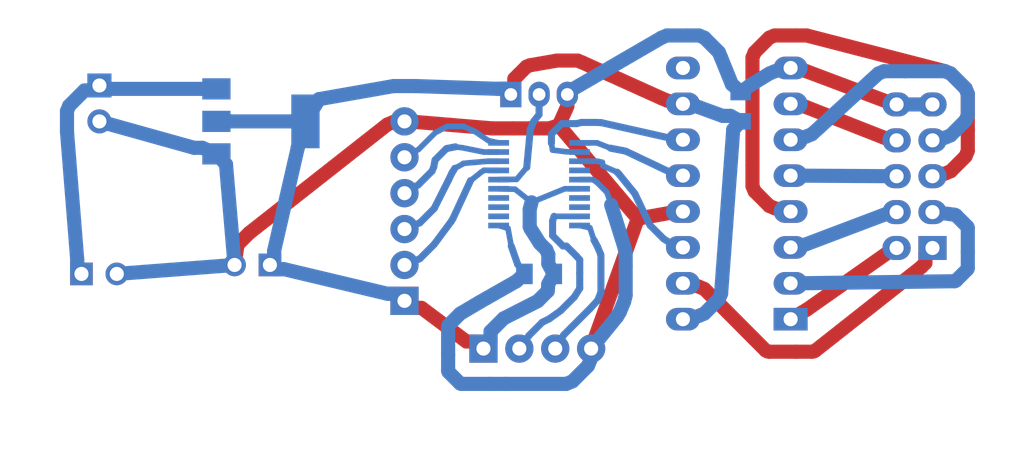
<source format=kicad_pcb>
(kicad_pcb (version 20241229) (generator "pcbnew") (generator_version "9.0")
  (layers (0 "F.Cu" signal) (2 "B.Cu" signal) (13 "F.Paste" user) (15 "B.Paste" user) (5 "F.SilkS" user "F.Silkscreen") (7 "B.SilkS" user "B.Silkscreen") (1 "F.Mask" user) (3 "B.Mask" user) (25 "Edge.Cuts" user))
  (net 0 "")
  (net 1 "Net-(J3-Pin_2)")
  (net 4 "GNDREF")
  (net 5 "+5V")
  (net 6 "+3.3V")
  (net 7 "RX")
  (net 8 "button_2")
  (net 9 "button_4")
  (net 11 "button_1")
  (net 12 "button_3")
  (net 13 "Net-(J3-Pin_3)")
  (net 14 "Net-(J5-Pin_3)")
  (net 15 "Net-(J5-Pin_5)")
  (net 16 "Net-(J5-Pin_2)")
  (net 19 "Net-(J5-Pin_6)")
  (net 21 "Net-(J5-Pin_1)")
  (net 22 "Net-(J5-Pin_4)")
  (net 23 "Net-(J5-Pin_8)")
  (net 24 "Net-(J5-Pin_7)")
  (net 25 "DAT_595")
  (net 26 "CS_595")
  (net 27 "CLK_595")
  (footprint "C4" (layer "F.Cu") (at 134.66575 90.337 180)
    (property "Reference" "C4" (hide yes))
    (property "Value" "" (hide yes))
    (pad "1" thru_hole rect (at 0 0 180) (size 1.6 1.6) (drill 1) (layers "*.Cu" "*.Mask") (net 6 "+3.3V"))
    (pad "2" thru_hole circle (at 2.5 0 180) (size 1.6 1.6) (drill 1) (layers "*.Cu" "*.Mask") (net 4 "GNDREF"))
  )
  (footprint "J4" (layer "F.Cu") (at 144.19075 92.877 180)
    (property "Reference" "J4" (hide yes))
    (property "Value" "" (hide yes))
    (pad "1" thru_hole rect (at 0 0 180) (size 2 2) (drill 1) (layers "*.Cu" "*.Mask") (net 6 "+3.3V"))
    (pad "2" thru_hole circle (at 0 2.54 180) (size 2 2) (drill 1) (layers "*.Cu" "*.Mask") (net 11 "button_1"))
    (pad "3" thru_hole circle (at 0 5.08 180) (size 2 2) (drill 1) (layers "*.Cu" "*.Mask") (net 8 "button_2"))
    (pad "4" thru_hole circle (at 0 7.62 180) (size 2 2) (drill 1) (layers "*.Cu" "*.Mask") (net 12 "button_3"))
    (pad "5" thru_hole circle (at 0 10.16 180) (size 2 2) (drill 1) (layers "*.Cu" "*.Mask") (net 9 "button_4"))
    (pad "6" thru_hole circle (at 0 12.7 180) (size 2 2) (drill 1) (layers "*.Cu" "*.Mask") (net 4 "GNDREF"))
  )
  (footprint "J2" (layer "F.Cu") (at 122.60075 77.637)
    (property "Reference" "J2" (hide yes))
    (property "Value" "" (hide yes))
    (pad "1" thru_hole rect (at 0 0) (size 1.7 1.7) (drill 1) (layers "*.Cu" "*.Mask") (net 5 "+5V"))
    (pad "2" thru_hole circle (at 0 2.54) (size 1.7 1.7) (drill 1) (layers "*.Cu" "*.Mask") (net 4 "GNDREF"))
  )
  (footprint "C1" (layer "F.Cu") (at 121.33075 90.972)
    (property "Reference" "C1" (hide yes))
    (property "Value" "" (hide yes))
    (pad "1" thru_hole rect (at 0 0) (size 1.6 1.6) (drill 1) (layers "*.Cu" "*.Mask") (net 5 "+5V"))
    (pad "2" thru_hole circle (at 2.5 0) (size 1.6 1.6) (drill 1) (layers "*.Cu" "*.Mask") (net 4 "GNDREF"))
  )
  (footprint "U3" (layer "F.Cu") (at 171.51575 94.177 180)
    (property "Reference" "U3" (hide yes))
    (property "Value" "" (hide yes))
    (pad "1" thru_hole rect (at 0 0 180) (size 2.402 1.602) (drill 1) (layers "*.Cu" "*.Mask") (net 16 "Net-(J5-Pin_2)"))
    (pad "2" thru_hole oval (at 0 2.54 180) (size 2.4 1.6) (drill 1) (layers "*.Cu" "*.Mask") (net 14 "Net-(J5-Pin_3)"))
    (pad "3" thru_hole oval (at 0 5.08 180) (size 2.4 1.6) (drill 1) (layers "*.Cu" "*.Mask") (net 22 "Net-(J5-Pin_4)"))
    (pad "4" thru_hole oval (at 0 7.62 180) (size 2.4 1.6) (drill 1) (layers "*.Cu" "*.Mask") (net 15 "Net-(J5-Pin_5)"))
    (pad "5" thru_hole oval (at 0 10.16 180) (size 2.4 1.6) (drill 1) (layers "*.Cu" "*.Mask") (net 19 "Net-(J5-Pin_6)"))
    (pad "6" thru_hole oval (at 0 12.7 180) (size 2.4 1.6) (drill 1) (layers "*.Cu" "*.Mask") (net 24 "Net-(J5-Pin_7)"))
    (pad "7" thru_hole oval (at 0 15.24 180) (size 2.4 1.6) (drill 1) (layers "*.Cu" "*.Mask") (net 23 "Net-(J5-Pin_8)"))
    (pad "8" thru_hole oval (at 0 17.78 180) (size 2.4 1.6) (drill 1) (layers "*.Cu" "*.Mask") (net 4 "GNDREF"))
    (pad "9" thru_hole oval (at 7.62 17.78 180) (size 2.4 1.6) (drill 1) (layers "*.Cu" "*.Mask"))
    (pad "10" thru_hole oval (at 7.62 15.24 180) (size 2.4 1.6) (drill 1) (layers "*.Cu" "*.Mask") (net 6 "+3.3V"))
    (pad "11" thru_hole oval (at 7.62 12.7 180) (size 2.4 1.6) (drill 1) (layers "*.Cu" "*.Mask") (net 27 "CLK_595"))
    (pad "12" thru_hole oval (at 7.62 10.16 180) (size 2.4 1.6) (drill 1) (layers "*.Cu" "*.Mask") (net 26 "CS_595"))
    (pad "13" thru_hole oval (at 7.62 7.62 180) (size 2.4 1.6) (drill 1) (layers "*.Cu" "*.Mask") (net 4 "GNDREF"))
    (pad "14" thru_hole oval (at 7.62 5.08 180) (size 2.4 1.6) (drill 1) (layers "*.Cu" "*.Mask") (net 25 "DAT_595"))
    (pad "15" thru_hole oval (at 7.62 2.54 180) (size 2.4 1.6) (drill 1) (layers "*.Cu" "*.Mask") (net 21 "Net-(J5-Pin_1)"))
    (pad "16" thru_hole oval (at 7.62 0 180) (size 2.4 1.6) (drill 1) (layers "*.Cu" "*.Mask") (net 6 "+3.3V"))
  )
  (footprint "J5" (layer "F.Cu") (at 181.55575 89.137 180)
    (property "Reference" "J5" (hide yes))
    (property "Value" "" (hide yes))
    (pad "1" thru_hole rect (at 0 0 180) (size 2 1.7) (drill 1) (layers "*.Cu" "*.Mask") (net 21 "Net-(J5-Pin_1)"))
    (pad "2" thru_hole oval (at 2.54 0 180) (size 2 1.7) (drill 1) (layers "*.Cu" "*.Mask") (net 16 "Net-(J5-Pin_2)"))
    (pad "3" thru_hole oval (at 0 2.54 180) (size 2 1.7) (drill 1) (layers "*.Cu" "*.Mask") (net 14 "Net-(J5-Pin_3)"))
    (pad "4" thru_hole oval (at 2.54 2.54 180) (size 2 1.7) (drill 1) (layers "*.Cu" "*.Mask") (net 22 "Net-(J5-Pin_4)"))
    (pad "5" thru_hole oval (at 0 5.08 180) (size 2 1.7) (drill 1) (layers "*.Cu" "*.Mask") (net 15 "Net-(J5-Pin_5)"))
    (pad "6" thru_hole oval (at 2.54 5.08 180) (size 2 1.7) (drill 1) (layers "*.Cu" "*.Mask") (net 19 "Net-(J5-Pin_6)"))
    (pad "7" thru_hole oval (at 0 7.62 180) (size 2 1.7) (drill 1) (layers "*.Cu" "*.Mask") (net 24 "Net-(J5-Pin_7)"))
    (pad "8" thru_hole oval (at 2.54 7.62 180) (size 2 1.7) (drill 1) (layers "*.Cu" "*.Mask") (net 23 "Net-(J5-Pin_8)"))
    (pad "9" thru_hole oval (at 0 10.16 180) (size 2 1.7) (drill 1) (layers "*.Cu" "*.Mask") (net 4 "GNDREF"))
    (pad "10" thru_hole oval (at 2.54 10.16 180) (size 2 1.7) (drill 1) (layers "*.Cu" "*.Mask") (net 4 "GNDREF"))
  )
  (footprint "J1" (layer "F.Cu") (at 151.71575 78.272 90)
    (property "Reference" "J1" (hide yes))
    (property "Value" "" (hide yes))
    (pad "1" thru_hole rect (at 0 0 90) (size 1.8 1.5) (drill 0.9) (layers "*.Cu" "*.Mask") (net 6 "+3.3V"))
    (pad "2" thru_hole oval (at 0 2 90) (size 1.8 1.5) (drill 0.9) (layers "*.Cu" "*.Mask") (net 7 "RX"))
    (pad "3" thru_hole oval (at 0 4 90) (size 1.8 1.5) (drill 0.9) (layers "*.Cu" "*.Mask") (net 4 "GNDREF"))
  )
  (footprint "J3" (layer "F.Cu") (at 149.77875 96.2552 90)
    (property "Reference" "J3" (hide yes))
    (property "Value" "" (hide yes))
    (pad "1" thru_hole rect (at 0 0 90) (size 2 2) (drill 1) (layers "*.Cu" "*.Mask") (net 6 "+3.3V"))
    (pad "2" thru_hole circle (at 0 2.54 90) (size 2 2) (drill 1) (layers "*.Cu" "*.Mask") (net 1 "Net-(J3-Pin_2)"))
    (pad "3" thru_hole circle (at 0 5.08 90) (size 2 2) (drill 1) (layers "*.Cu" "*.Mask") (net 13 "Net-(J3-Pin_3)"))
    (pad "4" thru_hole circle (at 0 7.62 90) (size 2 2) (drill 1) (layers "*.Cu" "*.Mask") (net 4 "GNDREF"))
  )
  (footprint "C3" (layer "B.Cu") (at 167.97825 79.137 90)
    (property "Reference" "C3" (hide yes))
    (property "Value" "" (hide yes))
    (pad "1" smd rect (at 1.0375 0 90) (size 1.177 1.452) (layers "B.Cu" "B.Mask" "B.Paste") (net 4 "GNDREF"))
    (pad "2" smd rect (at -1.0375 0 90) (size 1.177 1.452) (layers "B.Cu" "B.Mask" "B.Paste") (net 6 "+3.3V"))
  )
  (footprint "U2" (layer "B.Cu") (at 134.03075 80.177 180)
    (property "Reference" "U2" (hide yes))
    (property "Value" "" (hide yes))
    (pad "1" smd rect (at 3.15 -2.3 180) (size 2.0028 1.5028) (layers "B.Cu" "B.Mask" "B.Paste") (net 4 "GNDREF"))
    (pad "2" smd rect (at 3.15 0 180) (size 2.0028 1.5028) (layers "B.Cu" "B.Mask" "B.Paste") (net 6 "+3.3V"))
    (pad "2@1" smd rect (at -3.15 0 180) (size 2.0038 3.8038) (layers "B.Cu" "B.Mask" "B.Paste") (net 6 "+3.3V"))
    (pad "3" smd rect (at 3.15 2.3 180) (size 2.0028 1.5028) (layers "B.Cu" "B.Mask" "B.Paste") (net 5 "+5V"))
  )
  (footprint "C2" (layer "B.Cu") (at 153.71575 90.972 180)
    (property "Reference" "C2" (hide yes))
    (property "Value" "" (hide yes))
    (pad "1" smd rect (at 1.0375 0 180) (size 1.177 1.452) (layers "B.Cu" "B.Mask" "B.Paste") (net 4 "GNDREF"))
    (pad "2" smd rect (at -1.0375 0 180) (size 1.177 1.452) (layers "B.Cu" "B.Mask" "B.Paste") (net 6 "+3.3V"))
  )
  (footprint "U1" (layer "B.Cu") (at 153.71575 84.622 180)
    (property "Reference" "U1" (hide yes))
    (property "Value" "" (hide yes))
    (pad "1" smd rect (at 2.8625 -2.925 180) (size 1.4758 0.4008) (layers "B.Cu" "B.Mask" "B.Paste") (net 4 "GNDREF"))
    (pad "2" smd rect (at 2.8625 -2.275 180) (size 1.4758 0.4008) (layers "B.Cu" "B.Mask" "B.Paste"))
    (pad "3" smd rect (at 2.8625 -1.625 180) (size 1.4758 0.4008) (layers "B.Cu" "B.Mask" "B.Paste"))
    (pad "4" smd rect (at 2.8625 -0.975 180) (size 1.4758 0.4008) (layers "B.Cu" "B.Mask" "B.Paste"))
    (pad "5" smd rect (at 2.8625 -0.325 180) (size 1.4758 0.4008) (layers "B.Cu" "B.Mask" "B.Paste") (net 6 "+3.3V"))
    (pad "6" smd rect (at 2.8625 0.325 180) (size 1.4758 0.4008) (layers "B.Cu" "B.Mask" "B.Paste") (net 7 "RX"))
    (pad "7" smd rect (at 2.8625 0.975 180) (size 1.4758 0.4008) (layers "B.Cu" "B.Mask" "B.Paste") (net 11 "button_1"))
    (pad "8" smd rect (at 2.8625 1.625 180) (size 1.4758 0.4008) (layers "B.Cu" "B.Mask" "B.Paste") (net 8 "button_2"))
    (pad "9" smd rect (at 2.8625 2.275 180) (size 1.4758 0.4008) (layers "B.Cu" "B.Mask" "B.Paste") (net 12 "button_3"))
    (pad "10" smd rect (at 2.8625 2.925 180) (size 1.4758 0.4008) (layers "B.Cu" "B.Mask" "B.Paste") (net 9 "button_4"))
    (pad "11" smd rect (at -2.8625 2.925 180) (size 1.4758 0.4008) (layers "B.Cu" "B.Mask" "B.Paste") (net 26 "CS_595"))
    (pad "12" smd rect (at -2.8625 2.275 180) (size 1.4758 0.4008) (layers "B.Cu" "B.Mask" "B.Paste") (net 27 "CLK_595"))
    (pad "13" smd rect (at -2.8625 1.625 180) (size 1.4758 0.4008) (layers "B.Cu" "B.Mask" "B.Paste") (net 25 "DAT_595"))
    (pad "14" smd rect (at -2.8625 0.975 180) (size 1.4758 0.4008) (layers "B.Cu" "B.Mask" "B.Paste"))
    (pad "15" smd rect (at -2.8625 0.325 180) (size 1.4758 0.4008) (layers "B.Cu" "B.Mask" "B.Paste") (net 4 "GNDREF"))
    (pad "16" smd rect (at -2.8625 -0.325 180) (size 1.4758 0.4008) (layers "B.Cu" "B.Mask" "B.Paste") (net 6 "+3.3V"))
    (pad "17" smd rect (at -2.8625 -0.975 180) (size 1.4758 0.4008) (layers "B.Cu" "B.Mask" "B.Paste"))
    (pad "18" smd rect (at -2.8625 -1.625 180) (size 1.4758 0.4008) (layers "B.Cu" "B.Mask" "B.Paste"))
    (pad "19" smd rect (at -2.8625 -2.275 180) (size 1.4758 0.4008) (layers "B.Cu" "B.Mask" "B.Paste") (net 1 "Net-(J3-Pin_2)"))
    (pad "20" smd rect (at -2.8625 -2.925 180) (size 1.4758 0.4008) (layers "B.Cu" "B.Mask" "B.Paste") (net 13 "Net-(J3-Pin_3)"))
  )
  (segment (start 152.99785 95.3331) (end 152.31875 96.2552) (width 0.5) (layer "B.Cu") (net 1))
  (segment (start 156.20115 92.6146) (end 155.25555 93.5602) (width 0.5) (layer "B.Cu") (net 1))
  (segment (start 156.56305 89.9391) (end 156.59175 89.9792) (width 0.5) (layer "B.Cu") (net 1))
  (segment (start 155.40375 88.9935) (end 155.42325 88.9967) (width 0.5) (layer "B.Cu") (net 1))
  (segment (start 154.48825 94.1126) (end 154.44755 94.1397) (width 0.5) (layer "B.Cu") (net 1))
  (segment (start 155.42325 88.9967) (end 155.65655 89.0056) (width 0.5) (layer "B.Cu") (net 1))
  (segment (start 155.24205 93.5737) (end 154.48825 94.1126) (width 0.5) (layer "B.Cu") (net 1))
  (segment (start 156.59175 91.9648) (end 156.58215 92.0128) (width 0.5) (layer "B.Cu") (net 1))
  (segment (start 154.77665 86.8952) (end 154.67155 87.2257) (width 0.5) (layer "B.Cu") (net 1))
  (segment (start 155.65655 89.0056) (end 156.38875 89.7378) (width 0.5) (layer "B.Cu") (net 1))
  (segment (start 156.59175 89.9792) (end 156.59175 90.9292) (width 0.5) (layer "B.Cu") (net 1))
  (segment (start 154.44755 94.1397) (end 154.42335 94.1542) (width 0.5) (layer "B.Cu") (net 1))
  (segment (start 155.25555 93.5602) (end 155.24205 93.5737) (width 0.5) (layer "B.Cu") (net 1))
  (segment (start 153.93665 94.3943) (end 152.99785 95.3331) (width 0.5) (layer "B.Cu") (net 1))
  (segment (start 156.59175 90.9292) (end 156.59175 91.9648) (width 0.5) (layer "B.Cu") (net 1))
  (segment (start 156.58215 92.0128) (end 156.20115 92.6146) (width 0.5) (layer "B.Cu") (net 1))
  (segment (start 156.38875 89.7378) (end 156.56305 89.9391) (width 0.5) (layer "B.Cu") (net 1))
  (segment (start 154.67155 88.2613) (end 155.40375 88.9935) (width 0.5) (layer "B.Cu") (net 1))
  (segment (start 154.42335 94.1542) (end 153.93665 94.3943) (width 0.5) (layer "B.Cu") (net 1))
  (segment (start 156.57825 86.897) (end 154.77665 86.8952) (width 0.4) (layer "B.Cu") (net 1))
  (segment (start 154.67155 87.2257) (end 154.67155 88.2613) (width 0.5) (layer "B.Cu") (net 1))
  (segment (start 154.43885 80.672) (end 155.11005 80.4549) (width 1) (layer "F.Cu") (net 4))
  (segment (start 160.70075 87.0615) (end 155.11005 80.4549) (width 1) (layer "F.Cu") (net 4))
  (segment (start 163.89575 86.557) (end 163.49575 86.557) (width 1) (layer "F.Cu") (net 4))
  (segment (start 143.41785 80.217) (end 142.96655 80.404) (width 1) (layer "F.Cu") (net 4))
  (segment (start 132.40045 88.8792) (end 132.36575 88.963) (width 1) (layer "F.Cu") (net 4))
  (segment (start 132.36575 88.963) (end 132.16575 90.337) (width 1) (layer "F.Cu") (net 4))
  (segment (start 153.03975 80.672) (end 154.43885 80.672) (width 1) (layer "F.Cu") (net 4))
  (segment (start 171.91575 76.397) (end 172.64885 76.637) (width 1) (layer "F.Cu") (net 4))
  (segment (start 133.20795 88.0717) (end 132.40045 88.8792) (width 1) (layer "F.Cu") (net 4))
  (segment (start 144.19075 80.177) (end 143.41785 80.217) (width 1) (layer "F.Cu") (net 4))
  (segment (start 172.64885 76.637) (end 178.86575 78.977) (width 1) (layer "F.Cu") (net 4))
  (segment (start 142.96655 80.404) (end 133.20795 88.0717) (width 1) (layer "F.Cu") (net 4))
  (segment (start 144.96365 80.217) (end 150.39175 80.672) (width 1) (layer "F.Cu") (net 4))
  (segment (start 151.89175 80.672) (end 153.03975 80.672) (width 1) (layer "F.Cu") (net 4))
  (segment (start 171.51575 76.397) (end 171.91575 76.397) (width 1) (layer "F.Cu") (net 4))
  (segment (start 155.71575 79.0954) (end 155.60495 79.363) (width 1) (layer "F.Cu") (net 4))
  (segment (start 155.71575 78.422) (end 155.71575 79.0954) (width 1) (layer "F.Cu") (net 4))
  (segment (start 144.19075 80.177) (end 144.96365 80.217) (width 1) (layer "F.Cu") (net 4))
  (segment (start 155.60495 79.363) (end 155.11005 80.4549) (width 1) (layer "F.Cu") (net 4))
  (segment (start 155.71575 78.272) (end 155.71575 78.422) (width 1) (layer "F.Cu") (net 4))
  (segment (start 157.39875 96.2552) (end 160.70075 87.0615) (width 1) (layer "F.Cu") (net 4))
  (segment (start 178.86575 78.977) (end 179.01575 78.977) (width 1) (layer "F.Cu") (net 4))
  (segment (start 163.49575 86.557) (end 160.70075 87.0615) (width 1) (layer "F.Cu") (net 4))
  (segment (start 150.39175 80.672) (end 151.89175 80.672) (width 1) (layer "F.Cu") (net 4))
  (segment (start 165.02885 74.097) (end 164.22885 74.097) (width 1) (layer "B.Cu") (net 4))
  (segment (start 157.54395 84.297) (end 157.58505 84.3358) (width 0.4) (layer "B.Cu") (net 4))
  (segment (start 167.97825 78.0995) (end 168.65785 77.6253) (width 1) (layer "B.Cu") (net 4))
  (segment (start 131.55945 83.2206) (end 131.55945 83.2309) (width 1) (layer "B.Cu") (net 4))
  (segment (start 130.88075 82.477) (end 131.55945 83.2206) (width 1) (layer "B.Cu") (net 4))
  (segment (start 149.55425 92.9417) (end 152.09935 91.495) (width 1) (layer "B.Cu") (net 4))
  (segment (start 157.58505 84.3358) (end 157.81325 84.497) (width 0.4) (layer "B.Cu") (net 4))
  (segment (start 157.39875 96.2552) (end 157.35875 97.0281) (width 1) (layer "B.Cu") (net 4))
  (segment (start 166.43925 75.2861) (end 165.40665 74.2535) (width 1) (layer "B.Cu") (net 4))
  (segment (start 131.55945 83.2309) (end 132.16575 90.337) (width 1) (layer "B.Cu") (net 4))
  (segment (start 122.60075 80.177) (end 129.30615 82.0483) (width 1) (layer "B.Cu") (net 4))
  (segment (start 157.31615 84.297) (end 157.54395 84.297) (width 0.4) (layer "B.Cu") (net 4))
  (segment (start 147.27875 96.6812) (end 147.27875 94.6812) (width 1) (layer "B.Cu") (net 4))
  (segment (start 181.55575 78.977) (end 181.40575 78.977) (width 1) (layer "B.Cu") (net 4))
  (segment (start 162.38485 74.2535) (end 155.71575 78.122) (width 1) (layer "B.Cu") (net 4))
  (segment (start 155.63165 98.7552) (end 151.35275 98.7552) (width 1) (layer "B.Cu") (net 4))
  (segment (start 170.00485 76.7935) (end 170.38265 76.637) (width 1) (layer "B.Cu") (net 4))
  (segment (start 151.74625 88.9982) (end 152.19675 90.2851) (width 0.5) (layer "B.Cu") (net 4))
  (segment (start 148.20475 98.7552) (end 148.12095 98.7205) (width 1) (layer "B.Cu") (net 4))
  (segment (start 147.27875 94.6812) (end 147.31345 94.5974) (width 1) (layer "B.Cu") (net 4))
  (segment (start 152.09935 91.495) (end 152.67825 90.972) (width 1) (layer "B.Cu") (net 4))
  (segment (start 159.72845 92.9423) (end 159.82255 92.5676) (width 1) (layer "B.Cu") (net 4))
  (segment (start 157.17175 97.4794) (end 156.08295 98.5682) (width 1) (layer "B.Cu") (net 4))
  (segment (start 168.66515 77.618) (end 170.00485 76.7935) (width 1) (layer "B.Cu") (net 4))
  (segment (start 148.12095 93.7899) (end 149.55425 92.9417) (width 1) (layer "B.Cu") (net 4))
  (segment (start 167.36655 77.5574) (end 167.35925 77.5501) (width 1) (layer "B.Cu") (net 4))
  (segment (start 159.72845 89.0017) (end 158.81615 86.0905) (width 1) (layer "B.Cu") (net 4))
  (segment (start 157.81325 84.497) (end 158.51615 85.1999) (width 0.4) (layer "B.Cu") (net 4))
  (segment (start 159.82255 92.5676) (end 159.84175 92.4716) (width 1) (layer "B.Cu") (net 4))
  (segment (start 147.27875 97.8292) (end 147.27875 96.6812) (width 1) (layer "B.Cu") (net 4))
  (segment (start 181.40575 78.977) (end 179.16575 78.977) (width 1) (layer "B.Cu") (net 4))
  (segment (start 159.84175 92.4716) (end 159.84175 90.4224) (width 1) (layer "B.Cu") (net 4))
  (segment (start 155.71575 78.122) (end 155.71575 78.272) (width 1) (layer "B.Cu") (net 4))
  (segment (start 179.16575 78.977) (end 179.01575 78.977) (width 1) (layer "B.Cu") (net 4))
  (segment (start 150.20475 98.7552) (end 148.20475 98.7552) (width 1) (layer "B.Cu") (net 4))
  (segment (start 152.20405 90.2924) (end 152.67825 90.972) (width 0.5) (layer "B.Cu") (net 4))
  (segment (start 162.76265 74.097) (end 162.38485 74.2535) (width 1) (layer "B.Cu") (net 4))
  (segment (start 159.82255 89.3764) (end 159.72845 89.0017) (width 1) (layer "B.Cu") (net 4))
  (segment (start 157.39875 96.2552) (end 159.22665 94.0051) (width 1) (layer "B.Cu") (net 4))
  (segment (start 152.19675 90.2851) (end 152.20405 90.2924) (width 0.5) (layer "B.Cu") (net 4))
  (segment (start 164.22885 74.097) (end 162.76265 74.097) (width 1) (layer "B.Cu") (net 4))
  (segment (start 167.35925 77.5501) (end 166.59575 75.6639) (width 1) (layer "B.Cu") (net 4))
  (segment (start 165.40665 74.2535) (end 165.02885 74.097) (width 1) (layer "B.Cu") (net 4))
  (segment (start 166.59575 75.6639) (end 166.43925 75.2861) (width 1) (layer "B.Cu") (net 4))
  (segment (start 167.97825 78.0995) (end 167.36655 77.5574) (width 1) (layer "B.Cu") (net 4))
  (segment (start 168.65785 77.6253) (end 168.66515 77.618) (width 1) (layer "B.Cu") (net 4))
  (segment (start 170.38265 76.637) (end 171.11575 76.397) (width 1) (layer "B.Cu") (net 4))
  (segment (start 129.88715 82.0483) (end 130.88075 82.477) (width 1) (layer "B.Cu") (net 4))
  (segment (start 171.11575 76.397) (end 171.51575 76.397) (width 1) (layer "B.Cu") (net 4))
  (segment (start 159.42525 93.6738) (end 159.72845 92.9423) (width 1) (layer "B.Cu") (net 4))
  (segment (start 147.31345 94.5974) (end 148.12095 93.7899) (width 1) (layer "B.Cu") (net 4))
  (segment (start 159.84175 89.4724) (end 159.82255 89.3764) (width 1) (layer "B.Cu") (net 4))
  (segment (start 157.35875 97.0281) (end 157.17175 97.4794) (width 1) (layer "B.Cu") (net 4))
  (segment (start 156.57825 84.297) (end 157.31615 84.297) (width 0.4) (layer "B.Cu") (net 4))
  (segment (start 147.31345 97.913) (end 147.27875 97.8292) (width 1) (layer "B.Cu") (net 4))
  (segment (start 159.22665 94.0051) (end 159.42525 93.6738) (width 1) (layer "B.Cu") (net 4))
  (segment (start 151.35275 98.7552) (end 150.20475 98.7552) (width 1) (layer "B.Cu") (net 4))
  (segment (start 129.30615 82.0483) (end 129.88715 82.0483) (width 1) (layer "B.Cu") (net 4))
  (segment (start 156.08295 98.5682) (end 155.63165 98.7552) (width 1) (layer "B.Cu") (net 4))
  (segment (start 158.51615 85.1999) (end 158.81615 86.0905) (width 0.4) (layer "B.Cu") (net 4))
  (segment (start 159.84175 90.4224) (end 159.84175 89.4724) (width 1) (layer "B.Cu") (net 4))
  (segment (start 151.50995 87.7435) (end 151.74625 88.9982) (width 0.4) (layer "B.Cu") (net 4))
  (segment (start 150.85325 87.547) (end 151.50995 87.7435) (width 0.4) (layer "B.Cu") (net 4))
  (segment (start 132.16575 90.337) (end 123.83075 90.972) (width 1) (layer "B.Cu") (net 4))
  (segment (start 148.12095 98.7205) (end 147.31345 97.913) (width 1) (layer "B.Cu") (net 4))
  (segment (start 121.03075 90.672) (end 121.03075 90.172) (width 1) (layer "B.Cu") (net 5))
  (segment (start 121.25075 78.2799) (end 121.54365 77.987) (width 1) (layer "B.Cu") (net 5))
  (segment (start 120.46205 79.0693) (end 121.25075 78.2799) (width 1) (layer "B.Cu") (net 5))
  (segment (start 121.03075 89.9649) (end 120.30645 80.909) (width 1) (layer "B.Cu") (net 5))
  (segment (start 122.95075 77.877) (end 122.60075 77.637) (width 1) (layer "B.Cu") (net 5))
  (segment (start 120.30645 79.445) (end 120.46205 79.0693) (width 1) (layer "B.Cu") (net 5))
  (segment (start 121.75075 77.987) (end 122.25075 77.987) (width 1) (layer "B.Cu") (net 5))
  (segment (start 121.03075 90.172) (end 121.03075 89.9649) (width 1) (layer "B.Cu") (net 5))
  (segment (start 123.45075 77.877) (end 122.95075 77.877) (width 1) (layer "B.Cu") (net 5))
  (segment (start 130.88075 77.877) (end 129.87935 77.877) (width 1) (layer "B.Cu") (net 5))
  (segment (start 121.54365 77.987) (end 121.75075 77.987) (width 1) (layer "B.Cu") (net 5))
  (segment (start 122.25075 77.987) (end 122.60075 77.637) (width 1) (layer "B.Cu") (net 5))
  (segment (start 129.87935 77.877) (end 123.45075 77.877) (width 1) (layer "B.Cu") (net 5))
  (segment (start 121.33075 90.972) (end 121.03075 90.672) (width 1) (layer "B.Cu") (net 5))
  (segment (start 120.30645 80.909) (end 120.30645 79.445) (width 1) (layer "B.Cu") (net 5))
  (segment (start 162.38485 78.5405) (end 156.79835 76.0209) (width 1) (layer "F.Cu") (net 6))
  (segment (start 152.25865 76.872) (end 151.96575 77.1649) (width 1) (layer "F.Cu") (net 6))
  (segment (start 156.43885 75.872) (end 154.99265 75.872) (width 1) (layer "F.Cu") (net 6))
  (segment (start 148.77875 95.7552) (end 149.27875 95.7552) (width 1) (layer "F.Cu") (net 6))
  (segment (start 153.05965 76.2092) (end 152.82415 76.3068) (width 1) (layer "F.Cu") (net 6))
  (segment (start 154.99265 75.872) (end 153.05965 76.2092) (width 1) (layer "F.Cu") (net 6))
  (segment (start 144.69075 93.377) (end 145.19075 93.377) (width 1) (layer "F.Cu") (net 6))
  (segment (start 163.89575 78.937) (end 163.49575 78.937) (width 1) (layer "F.Cu") (net 6))
  (segment (start 151.96575 77.372) (end 151.96575 77.872) (width 1) (layer "F.Cu") (net 6))
  (segment (start 144.19075 92.877) (end 144.69075 93.377) (width 1) (layer "F.Cu") (net 6))
  (segment (start 163.49575 78.937) (end 162.76265 78.697) (width 1) (layer "F.Cu") (net 6))
  (segment (start 145.39785 93.377) (end 148.57165 95.7552) (width 1) (layer "F.Cu") (net 6))
  (segment (start 152.82415 76.3068) (end 152.25865 76.872) (width 1) (layer "F.Cu") (net 6))
  (segment (start 162.76265 78.697) (end 162.38485 78.5405) (width 1) (layer "F.Cu") (net 6))
  (segment (start 149.27875 95.7552) (end 149.77875 96.2552) (width 1) (layer "F.Cu") (net 6))
  (segment (start 145.19075 93.377) (end 145.39785 93.377) (width 1) (layer "F.Cu") (net 6))
  (segment (start 156.79835 76.0209) (end 156.43885 75.872) (width 1) (layer "F.Cu") (net 6))
  (segment (start 151.96575 77.1649) (end 151.96575 77.372) (width 1) (layer "F.Cu") (net 6))
  (segment (start 148.57165 95.7552) (end 148.77875 95.7552) (width 1) (layer "F.Cu") (net 6))
  (segment (start 151.96575 77.872) (end 151.71575 78.272) (width 1) (layer "F.Cu") (net 6))
  (segment (start 167.45525 80.7534) (end 167.97825 80.1745) (width 1) (layer "B.Cu") (net 6))
  (segment (start 153.11395 87.7739) (end 153.05115 87.6223) (width 1) (layer "B.Cu") (net 6))
  (segment (start 163.89575 94.177) (end 164.29575 94.177) (width 1) (layer "B.Cu") (net 6))
  (segment (start 154.36775 90.2556) (end 154.36775 89.6055) (width 1) (layer "B.Cu") (net 6))
  (segment (start 137.18075 80.177) (end 136.62735 82.0731) (width 1) (layer "B.Cu") (net 6))
  (segment (start 166.59575 92.3701) (end 167.45525 80.7637) (width 1) (layer "B.Cu") (net 6))
  (segment (start 153.05115 86.4009) (end 153.18045 85.9048) (width 1) (layer "B.Cu") (net 6))
  (segment (start 131.88215 80.177) (end 136.17885 80.177) (width 1) (layer "B.Cu") (net 6))
  (segment (start 136.67885 80.177) (end 137.18075 80.177) (width 1) (layer "B.Cu") (net 6))
  (segment (start 143.41785 77.677) (end 144.96365 77.677) (width 1) (layer "B.Cu") (net 6))
  (segment (start 142.98365 92.377) (end 143.19075 92.377) (width 1) (layer "B.Cu") (net 6))
  (segment (start 150.75865 77.872) (end 150.96575 77.872) (width 1) (layer "B.Cu") (net 6))
  (segment (start 156.57825 84.947) (end 155.84035 84.947) (width 0.4) (layer "B.Cu") (net 6))
  (segment (start 153.05115 87.6223) (end 153.05115 86.4009) (width 1) (layer "B.Cu") (net 6))
  (segment (start 135.67285 90.637) (end 142.98365 92.377) (width 1) (layer "B.Cu") (net 6))
  (segment (start 143.69075 92.377) (end 144.19075 92.877) (width 1) (layer "B.Cu") (net 6))
  (segment (start 138.14895 78.6034) (end 143.41785 77.677) (width 1) (layer "B.Cu") (net 6))
  (segment (start 154.36775 91.6987) (end 154.32835 92.1827) (width 1) (layer "B.Cu") (net 6))
  (segment (start 135.46575 90.637) (end 135.67285 90.637) (width 1) (layer "B.Cu") (net 6))
  (segment (start 150.27875 95.2552) (end 150.27875 95.7552) (width 1) (layer "B.Cu") (net 6))
  (segment (start 155.52965 84.947) (end 153.18045 85.9048) (width 0.4) (layer "B.Cu") (net 6))
  (segment (start 154.36775 89.6055) (end 154.22585 89.2628) (width 1) (layer "B.Cu") (net 6))
  (segment (start 150.27875 95.0481) (end 150.27875 95.2552) (width 1) (layer "B.Cu") (net 6))
  (segment (start 136.17885 80.177) (end 136.67885 80.177) (width 1) (layer "B.Cu") (net 6))
  (segment (start 167.97825 80.1745) (end 167.26185 79.789) (width 1) (layer "B.Cu") (net 6))
  (segment (start 166.43925 92.7479) (end 166.59575 92.3701) (width 1) (layer "B.Cu") (net 6))
  (segment (start 154.22585 89.2628) (end 153.76625 88.8022) (width 1) (layer "B.Cu") (net 6))
  (segment (start 134.96575 89.3299) (end 134.96575 89.537) (width 1) (layer "B.Cu") (net 6))
  (segment (start 143.19075 92.377) (end 143.69075 92.377) (width 1) (layer "B.Cu") (net 6))
  (segment (start 165.02885 79.177) (end 164.29575 78.937) (width 1) (layer "B.Cu") (net 6))
  (segment (start 134.66575 90.337) (end 134.96575 90.637) (width 1) (layer "B.Cu") (net 6))
  (segment (start 154.32835 92.1827) (end 153.61565 92.8954) (width 1) (layer "B.Cu") (net 6))
  (segment (start 150.96575 77.872) (end 151.46575 77.872) (width 1) (layer "B.Cu") (net 6))
  (segment (start 166.70775 79.789) (end 165.02885 79.177) (width 1) (layer "B.Cu") (net 6))
  (segment (start 136.62735 82.0731) (end 136.62735 82.0895) (width 1) (layer "B.Cu") (net 6))
  (segment (start 165.02885 93.937) (end 165.40665 93.7805) (width 1) (layer "B.Cu") (net 6))
  (segment (start 164.29575 78.937) (end 163.89575 78.937) (width 1) (layer "B.Cu") (net 6))
  (segment (start 150.57165 94.7552) (end 150.27875 95.0481) (width 1) (layer "B.Cu") (net 6))
  (segment (start 150.85325 84.947) (end 152.01345 84.9756) (width 0.4) (layer "B.Cu") (net 6))
  (segment (start 134.96575 90.037) (end 134.66575 90.337) (width 1) (layer "B.Cu") (net 6))
  (segment (start 134.96575 89.537) (end 134.96575 90.037) (width 1) (layer "B.Cu") (net 6))
  (segment (start 136.62735 82.0895) (end 134.96575 89.3299) (width 1) (layer "B.Cu") (net 6))
  (segment (start 144.96365 77.677) (end 150.75865 77.872) (width 1) (layer "B.Cu") (net 6))
  (segment (start 137.18075 80.177) (end 138.14615 78.6034) (width 1) (layer "B.Cu") (net 6))
  (segment (start 150.27875 95.7552) (end 149.77875 96.2552) (width 1) (layer "B.Cu") (net 6))
  (segment (start 154.75325 90.972) (end 154.36775 90.2556) (width 1) (layer "B.Cu") (net 6))
  (segment (start 134.96575 90.637) (end 135.46575 90.637) (width 1) (layer "B.Cu") (net 6))
  (segment (start 167.26185 79.789) (end 166.70775 79.789) (width 1) (layer "B.Cu") (net 6))
  (segment (start 153.76625 88.8022) (end 153.11395 87.7739) (width 1) (layer "B.Cu") (net 6))
  (segment (start 153.61565 92.8954) (end 151.21105 94.1165) (width 1) (layer "B.Cu") (net 6))
  (segment (start 151.46575 77.872) (end 151.71575 78.272) (width 1) (layer "B.Cu") (net 6))
  (segment (start 167.45525 80.7637) (end 167.45525 80.7534) (width 1) (layer "B.Cu") (net 6))
  (segment (start 155.84035 84.947) (end 155.52965 84.947) (width 0.4) (layer "B.Cu") (net 6))
  (segment (start 164.29575 94.177) (end 165.02885 93.937) (width 1) (layer "B.Cu") (net 6))
  (segment (start 130.88075 80.177) (end 131.88215 80.177) (width 1) (layer "B.Cu") (net 6))
  (segment (start 151.21105 94.1165) (end 150.57165 94.7552) (width 1) (layer "B.Cu") (net 6))
  (segment (start 165.40665 93.7805) (end 166.43925 92.7479) (width 1) (layer "B.Cu") (net 6))
  (segment (start 152.01345 84.9756) (end 153.18045 85.9048) (width 0.4) (layer "B.Cu") (net 6))
  (segment (start 154.36775 91.6884) (end 154.36775 91.6987) (width 1) (layer "B.Cu") (net 6))
  (segment (start 138.14615 78.6034) (end 138.14895 78.6034) (width 1) (layer "B.Cu") (net 6))
  (segment (start 154.75325 90.972) (end 154.36775 91.6884) (width 1) (layer "B.Cu") (net 6))
  (segment (start 153.09035 80.7887) (end 153.10045 80.7486) (width 0.5) (layer "B.Cu") (net 7))
  (segment (start 153.11895 80.6939) (end 153.32345 80.2006) (width 0.5) (layer "B.Cu") (net 7))
  (segment (start 153.34475 80.1651) (end 153.71575 79.6898) (width 0.5) (layer "B.Cu") (net 7))
  (segment (start 152.84265 83.4364) (end 153.09035 80.7887) (width 0.5) (layer "B.Cu") (net 7))
  (segment (start 150.85325 84.297) (end 152.12985 84.2775) (width 0.4) (layer "B.Cu") (net 7))
  (segment (start 153.71575 78.422) (end 153.71575 78.272) (width 0.5) (layer "B.Cu") (net 7))
  (segment (start 153.71575 79.6898) (end 153.71575 78.422) (width 0.5) (layer "B.Cu") (net 7))
  (segment (start 153.32345 80.2006) (end 153.34475 80.1651) (width 0.5) (layer "B.Cu") (net 7))
  (segment (start 152.12985 84.2775) (end 152.84265 83.4364) (width 0.4) (layer "B.Cu") (net 7))
  (segment (start 153.10045 80.7486) (end 153.11895 80.6939) (width 0.5) (layer "B.Cu") (net 7))
  (segment (start 150.11535 82.997) (end 150.07395 82.997) (width 0.4) (layer "B.Cu") (net 8))
  (segment (start 145.27335 87.3581) (end 144.91385 87.507) (width 0.5) (layer "B.Cu") (net 8))
  (segment (start 147.55255 83.8154) (end 147.29885 84.3471) (width 0.5) (layer "B.Cu") (net 8))
  (segment (start 147.29885 84.3471) (end 146.29185 86.3396) (width 0.5) (layer "B.Cu") (net 8))
  (segment (start 150.07395 82.997) (end 148.35815 83.1475) (width 0.4) (layer "B.Cu") (net 8))
  (segment (start 148.30135 83.2009) (end 147.75265 83.4967) (width 0.4) (layer "B.Cu") (net 8))
  (segment (start 150.85325 82.997) (end 150.11535 82.997) (width 0.4) (layer "B.Cu") (net 8))
  (segment (start 146.29185 86.3396) (end 145.27335 87.3581) (width 0.5) (layer "B.Cu") (net 8))
  (segment (start 147.75265 83.4967) (end 147.55255 83.8154) (width 0.5) (layer "B.Cu") (net 8))
  (segment (start 148.35815 83.1475) (end 148.30135 83.2009) (width 0.4) (layer "B.Cu") (net 8))
  (segment (start 144.91385 87.507) (end 144.19075 87.797) (width 0.5) (layer "B.Cu") (net 8))
  (segment (start 149.13945 80.8718) (end 148.42395 80.5545) (width 0.4) (layer "B.Cu") (net 9))
  (segment (start 147.16515 80.5545) (end 146.40705 80.9537) (width 0.4) (layer "B.Cu") (net 9))
  (segment (start 148.42395 80.5545) (end 148.35855 80.5274) (width 0.4) (layer "B.Cu") (net 9))
  (segment (start 150.13385 81.5423) (end 149.19185 80.9032) (width 0.4) (layer "B.Cu") (net 9))
  (segment (start 147.23055 80.5274) (end 147.16515 80.5545) (width 0.4) (layer "B.Cu") (net 9))
  (segment (start 146.40705 80.9537) (end 146.37015 80.9759) (width 0.4) (layer "B.Cu") (net 9))
  (segment (start 145.19075 82.1545) (end 144.19075 82.717) (width 0.4) (layer "B.Cu") (net 9))
  (segment (start 148.35855 80.5274) (end 147.23055 80.5274) (width 0.4) (layer "B.Cu") (net 9))
  (segment (start 146.37015 80.9759) (end 145.19075 82.1545) (width 0.4) (layer "B.Cu") (net 9))
  (segment (start 150.85325 81.697) (end 150.13385 81.5423) (width 0.4) (layer "B.Cu") (net 9))
  (segment (start 149.19185 80.9032) (end 149.13945 80.8718) (width 0.4) (layer "B.Cu") (net 9))
  (segment (start 145.27335 89.8981) (end 144.91385 90.047) (width 0.5) (layer "B.Cu") (net 11))
  (segment (start 147.49915 87.2542) (end 146.29185 88.8796) (width 0.5) (layer "B.Cu") (net 11))
  (segment (start 146.29185 88.8796) (end 145.27335 89.8981) (width 0.5) (layer "B.Cu") (net 11))
  (segment (start 148.86495 84.371) (end 147.62175 87.0496) (width 0.5) (layer "B.Cu") (net 11))
  (segment (start 147.62175 87.0496) (end 147.49915 87.2542) (width 0.5) (layer "B.Cu") (net 11))
  (segment (start 149.62625 83.7662) (end 148.86495 84.371) (width 0.4) (layer "B.Cu") (net 11))
  (segment (start 144.91385 90.047) (end 144.19075 90.337) (width 0.5) (layer "B.Cu") (net 11))
  (segment (start 149.81755 83.6376) (end 149.62625 83.7662) (width 0.4) (layer "B.Cu") (net 11))
  (segment (start 150.85325 83.647) (end 149.81755 83.6376) (width 0.4) (layer "B.Cu") (net 11))
  (segment (start 146.36855 82.8932) (end 146.34845 82.9418) (width 0.5) (layer "B.Cu") (net 12))
  (segment (start 149.80465 82.347) (end 148.31665 82.0467) (width 0.4) (layer "B.Cu") (net 12))
  (segment (start 150.85325 82.347) (end 150.11535 82.347) (width 0.4) (layer "B.Cu") (net 12))
  (segment (start 150.11535 82.347) (end 149.80465 82.347) (width 0.4) (layer "B.Cu") (net 12))
  (segment (start 145.17125 84.6653) (end 144.19075 85.257) (width 0.5) (layer "B.Cu") (net 12))
  (segment (start 148.31665 82.0467) (end 147.79455 81.9774) (width 0.4) (layer "B.Cu") (net 12))
  (segment (start 147.79455 81.9774) (end 147.19775 82.0925) (width 0.5) (layer "B.Cu") (net 12))
  (segment (start 146.26045 83.4043) (end 146.13905 83.6975) (width 0.5) (layer "B.Cu") (net 12))
  (segment (start 146.34845 82.9418) (end 146.26045 83.4043) (width 0.5) (layer "B.Cu") (net 12))
  (segment (start 146.13905 83.6975) (end 145.17125 84.6653) (width 0.5) (layer "B.Cu") (net 12))
  (segment (start 147.14915 82.1126) (end 146.36855 82.8932) (width 0.5) (layer "B.Cu") (net 12))
  (segment (start 147.19775 82.0925) (end 147.14915 82.1126) (width 0.5) (layer "B.Cu") (net 12))
  (segment (start 157.85795 89.0593) (end 158.06245 89.5526) (width 0.5) (layer "B.Cu") (net 13))
  (segment (start 157.31165 87.7159) (end 157.59455 88.5661) (width 0.4) (layer "B.Cu") (net 13))
  (segment (start 157.86325 92.8346) (end 157.84245 92.8693) (width 0.5) (layer "B.Cu") (net 13))
  (segment (start 157.59455 88.5661) (end 157.85795 89.0593) (width 0.5) (layer "B.Cu") (net 13))
  (segment (start 158.07255 89.5927) (end 158.09175 89.6887) (width 0.5) (layer "B.Cu") (net 13))
  (segment (start 157.84245 92.8693) (end 157.31565 93.4321) (width 0.5) (layer "B.Cu") (net 13))
  (segment (start 156.57825 87.547) (end 157.29755 87.7017) (width 0.4) (layer "B.Cu") (net 13))
  (segment (start 158.06755 92.342) (end 157.86325 92.8346) (width 0.5) (layer "B.Cu") (net 13))
  (segment (start 158.09175 92.2553) (end 158.08165 92.2954) (width 0.5) (layer "B.Cu") (net 13))
  (segment (start 157.29755 87.7017) (end 157.31165 87.7159) (width 0.4) (layer "B.Cu") (net 13))
  (segment (start 157.31565 93.4321) (end 155.46445 95.2841) (width 0.5) (layer "B.Cu") (net 13))
  (segment (start 155.46445 95.2841) (end 154.85875 96.2552) (width 0.5) (layer "B.Cu") (net 13))
  (segment (start 158.09175 89.6887) (end 158.09175 90.6387) (width 0.5) (layer "B.Cu") (net 13))
  (segment (start 158.06245 89.5526) (end 158.07255 89.5927) (width 0.5) (layer "B.Cu") (net 13))
  (segment (start 158.08165 92.2954) (end 158.06755 92.342) (width 0.5) (layer "B.Cu") (net 13))
  (segment (start 158.09175 90.6387) (end 158.09175 92.2553) (width 0.5) (layer "B.Cu") (net 13))
  (segment (start 183.21355 91.4523) (end 184.02105 90.6448) (width 1) (layer "B.Cu") (net 14))
  (segment (start 171.51575 91.637) (end 171.91575 91.637) (width 1) (layer "B.Cu") (net 14))
  (segment (start 184.05575 87.713) (end 184.02105 87.6292) (width 1) (layer "B.Cu") (net 14))
  (segment (start 183.21355 86.8217) (end 183.12975 86.787) (width 1) (layer "B.Cu") (net 14))
  (segment (start 184.02105 90.6448) (end 184.05575 90.561) (width 1) (layer "B.Cu") (net 14))
  (segment (start 181.70575 86.597) (end 181.55575 86.597) (width 1) (layer "B.Cu") (net 14))
  (segment (start 184.05575 90.561) (end 184.05575 89.413) (width 1) (layer "B.Cu") (net 14))
  (segment (start 183.12975 86.787) (end 181.70575 86.597) (width 1) (layer "B.Cu") (net 14))
  (segment (start 183.12975 91.487) (end 183.21355 91.4523) (width 1) (layer "B.Cu") (net 14))
  (segment (start 184.05575 89.413) (end 184.05575 87.713) (width 1) (layer "B.Cu") (net 14))
  (segment (start 184.02105 87.6292) (end 183.21355 86.8217) (width 1) (layer "B.Cu") (net 14))
  (segment (start 171.91575 91.637) (end 183.12975 91.487) (width 1) (layer "B.Cu") (net 14))
  (segment (start 183.89165 77.8378) (end 184.05575 78.234) (width 1) (layer "F.Cu") (net 15))
  (segment (start 184.05575 80.774) (end 184.05575 82.26) (width 1) (layer "F.Cu") (net 15))
  (segment (start 168.97225 75.2861) (end 170.00485 74.2535) (width 1) (layer "F.Cu") (net 15))
  (segment (start 168.81575 83.2839) (end 168.81575 75.6639) (width 1) (layer "F.Cu") (net 15))
  (segment (start 182.84495 76.7911) (end 183.89165 77.8378) (width 1) (layer "F.Cu") (net 15))
  (segment (start 170.00485 74.2535) (end 170.38265 74.097) (width 1) (layer "F.Cu") (net 15))
  (segment (start 172.64885 74.097) (end 182.44875 76.627) (width 1) (layer "F.Cu") (net 15))
  (segment (start 171.11575 86.557) (end 170.38265 86.317) (width 1) (layer "F.Cu") (net 15))
  (segment (start 168.81575 84.7501) (end 168.81575 83.2839) (width 1) (layer "F.Cu") (net 15))
  (segment (start 171.51575 86.557) (end 171.11575 86.557) (width 1) (layer "F.Cu") (net 15))
  (segment (start 182.44875 76.627) (end 182.84495 76.7911) (width 1) (layer "F.Cu") (net 15))
  (segment (start 168.81575 75.6639) (end 168.97225 75.2861) (width 1) (layer "F.Cu") (net 15))
  (segment (start 183.89165 82.6562) (end 182.84495 83.7029) (width 1) (layer "F.Cu") (net 15))
  (segment (start 184.05575 82.26) (end 183.89165 82.6562) (width 1) (layer "F.Cu") (net 15))
  (segment (start 182.84495 83.7029) (end 182.44875 83.867) (width 1) (layer "F.Cu") (net 15))
  (segment (start 170.38265 86.317) (end 170.00485 86.1605) (width 1) (layer "F.Cu") (net 15))
  (segment (start 170.00485 86.1605) (end 168.97225 85.1279) (width 1) (layer "F.Cu") (net 15))
  (segment (start 168.97225 85.1279) (end 168.81575 84.7501) (width 1) (layer "F.Cu") (net 15))
  (segment (start 184.05575 78.234) (end 184.05575 80.774) (width 1) (layer "F.Cu") (net 15))
  (segment (start 181.70575 84.057) (end 181.55575 84.057) (width 1) (layer "F.Cu") (net 15))
  (segment (start 170.38265 74.097) (end 171.84885 74.097) (width 1) (layer "F.Cu") (net 15))
  (segment (start 171.84885 74.097) (end 172.64885 74.097) (width 1) (layer "F.Cu") (net 15))
  (segment (start 182.44875 83.867) (end 181.70575 84.057) (width 1) (layer "F.Cu") (net 15))
  (segment (start 172.67045 93.4903) (end 178.86575 89.137) (width 1) (layer "F.Cu") (net 16))
  (segment (start 178.86575 89.137) (end 179.01575 89.137) (width 1) (layer "F.Cu") (net 16))
  (segment (start 171.51575 94.177) (end 172.67045 93.4903) (width 1) (layer "F.Cu") (net 16))
  (segment (start 171.51575 84.017) (end 171.91575 84.017) (width 1) (layer "B.Cu") (net 19))
  (segment (start 171.91575 84.017) (end 178.86575 84.057) (width 1) (layer "B.Cu") (net 19))
  (segment (start 178.86575 84.057) (end 179.01575 84.057) (width 1) (layer "B.Cu") (net 19))
  (segment (start 169.73045 96.3697) (end 169.77115 96.3969) (width 1) (layer "F.Cu") (net 21))
  (segment (start 173.30105 96.3697) (end 180.76285 90.487) (width 1) (layer "F.Cu") (net 21))
  (segment (start 164.29575 91.637) (end 165.02885 91.877) (width 1) (layer "F.Cu") (net 21))
  (segment (start 173.13575 96.4588) (end 173.21955 96.4241) (width 1) (layer "F.Cu") (net 21))
  (segment (start 173.03975 96.478) (end 173.13575 96.4588) (width 1) (layer "F.Cu") (net 21))
  (segment (start 168.92295 95.5622) (end 169.73045 96.3697) (width 1) (layer "F.Cu") (net 21))
  (segment (start 163.89575 91.637) (end 164.29575 91.637) (width 1) (layer "F.Cu") (net 21))
  (segment (start 169.77115 96.3969) (end 169.81195 96.4241) (width 1) (layer "F.Cu") (net 21))
  (segment (start 181.05575 89.987) (end 181.05575 89.487) (width 1) (layer "F.Cu") (net 21))
  (segment (start 181.05575 90.1941) (end 181.05575 89.987) (width 1) (layer "F.Cu") (net 21))
  (segment (start 169.99175 96.478) (end 171.89175 96.478) (width 1) (layer "F.Cu") (net 21))
  (segment (start 165.40665 92.0335) (end 166.43925 93.0661) (width 1) (layer "F.Cu") (net 21))
  (segment (start 169.81195 96.4241) (end 169.89575 96.4588) (width 1) (layer "F.Cu") (net 21))
  (segment (start 180.76285 90.487) (end 181.05575 90.1941) (width 1) (layer "F.Cu") (net 21))
  (segment (start 173.21955 96.4241) (end 173.30105 96.3697) (width 1) (layer "F.Cu") (net 21))
  (segment (start 165.02885 91.877) (end 165.40665 92.0335) (width 1) (layer "F.Cu") (net 21))
  (segment (start 181.05575 89.487) (end 181.55575 89.137) (width 1) (layer "F.Cu") (net 21))
  (segment (start 166.43925 93.0661) (end 168.92295 95.5622) (width 1) (layer "F.Cu") (net 21))
  (segment (start 171.89175 96.478) (end 173.03975 96.478) (width 1) (layer "F.Cu") (net 21))
  (segment (start 169.89575 96.4588) (end 169.99175 96.478) (width 1) (layer "F.Cu") (net 21))
  (segment (start 171.51575 89.097) (end 171.91575 89.097) (width 1) (layer "B.Cu") (net 22))
  (segment (start 172.64885 88.857) (end 178.12275 86.787) (width 1) (layer "B.Cu") (net 22))
  (segment (start 178.86575 86.597) (end 179.01575 86.597) (width 1) (layer "B.Cu") (net 22))
  (segment (start 178.12275 86.787) (end 178.86575 86.597) (width 1) (layer "B.Cu") (net 22))
  (segment (start 171.91575 89.097) (end 172.64885 88.857) (width 1) (layer "B.Cu") (net 22))
  (segment (start 171.91575 78.937) (end 172.64885 79.177) (width 1) (layer "F.Cu") (net 23))
  (segment (start 178.12275 81.327) (end 178.86575 81.517) (width 1) (layer "F.Cu") (net 23))
  (segment (start 171.51575 78.937) (end 171.91575 78.937) (width 1) (layer "F.Cu") (net 23))
  (segment (start 172.64885 79.177) (end 178.12275 81.327) (width 1) (layer "F.Cu") (net 23))
  (segment (start 178.86575 81.517) (end 179.01575 81.517) (width 1) (layer "F.Cu") (net 23))
  (segment (start 179.60875 76.627) (end 182.44875 76.627) (width 1) (layer "B.Cu") (net 24))
  (segment (start 182.84495 76.7911) (end 183.89165 77.8378) (width 1) (layer "B.Cu") (net 24))
  (segment (start 182.44875 76.627) (end 182.84495 76.7911) (width 1) (layer "B.Cu") (net 24))
  (segment (start 171.91575 81.477) (end 172.64885 81.237) (width 1) (layer "B.Cu") (net 24))
  (segment (start 183.89165 80.1162) (end 182.84495 81.1629) (width 1) (layer "B.Cu") (net 24))
  (segment (start 182.44875 81.327) (end 181.70575 81.517) (width 1) (layer "B.Cu") (net 24))
  (segment (start 182.84495 81.1629) (end 182.44875 81.327) (width 1) (layer "B.Cu") (net 24))
  (segment (start 171.51575 81.477) (end 171.91575 81.477) (width 1) (layer "B.Cu") (net 24))
  (segment (start 173.02665 81.0805) (end 177.72655 76.7911) (width 1) (layer "B.Cu") (net 24))
  (segment (start 184.05575 78.234) (end 184.05575 79.72) (width 1) (layer "B.Cu") (net 24))
  (segment (start 181.70575 81.517) (end 181.55575 81.517) (width 1) (layer "B.Cu") (net 24))
  (segment (start 184.05575 79.72) (end 183.89165 80.1162) (width 1) (layer "B.Cu") (net 24))
  (segment (start 177.72655 76.7911) (end 178.12275 76.627) (width 1) (layer "B.Cu") (net 24))
  (segment (start 172.64885 81.237) (end 173.02665 81.0805) (width 1) (layer "B.Cu") (net 24))
  (segment (start 183.89165 77.8378) (end 184.05575 78.234) (width 1) (layer "B.Cu") (net 24))
  (segment (start 178.12275 76.627) (end 179.60875 76.627) (width 1) (layer "B.Cu") (net 24))
  (segment (start 159.36405 83.9) (end 160.49335 85.2911) (width 0.5) (layer "B.Cu") (net 25))
  (segment (start 161.56415 87.5263) (end 162.52645 88.4886) (width 0.5) (layer "B.Cu") (net 25))
  (segment (start 159.24025 83.775) (end 159.36405 83.9) (width 0.5) (layer "B.Cu") (net 25))
  (segment (start 157.84945 82.9968) (end 158.19185 83.072) (width 0.4) (layer "B.Cu") (net 25))
  (segment (start 158.25355 83.3326) (end 159.24025 83.775) (width 0.4) (layer "B.Cu") (net 25))
  (segment (start 160.49335 85.2911) (end 161.56415 87.5263) (width 0.5) (layer "B.Cu") (net 25))
  (segment (start 158.19185 83.072) (end 158.20485 83.2111) (width 0.4) (layer "B.Cu") (net 25))
  (segment (start 158.20485 83.2111) (end 158.25355 83.3326) (width 0.4) (layer "B.Cu") (net 25))
  (segment (start 156.57825 82.997) (end 157.84945 82.9968) (width 0.4) (layer "B.Cu") (net 25))
  (segment (start 163.49575 89.097) (end 163.89575 89.097) (width 0.5) (layer "B.Cu") (net 25))
  (segment (start 162.52645 88.4886) (end 163.49575 89.097) (width 0.5) (layer "B.Cu") (net 25))
  (segment (start 158.77465 82.0745) (end 159.81425 82.275) (width 0.5) (layer "B.Cu") (net 26))
  (segment (start 159.89805 82.3097) (end 163.49575 84.017) (width 0.5) (layer "B.Cu") (net 26))
  (segment (start 159.81425 82.275) (end 159.89805 82.3097) (width 0.5) (layer "B.Cu") (net 26))
  (segment (start 157.31615 81.697) (end 157.81325 81.697) (width 0.4) (layer "B.Cu") (net 26))
  (segment (start 163.49575 84.017) (end 163.89575 84.017) (width 0.5) (layer "B.Cu") (net 26))
  (segment (start 156.57825 81.697) (end 157.31615 81.697) (width 0.4) (layer "B.Cu") (net 26))
  (segment (start 157.81325 81.697) (end 158.77465 82.0745) (width 0.4) (layer "B.Cu") (net 26))
  (segment (start 156.37175 80.3343) (end 156.71755 80.2514) (width 0.5) (layer "B.Cu") (net 27))
  (segment (start 154.60065 81.0627) (end 155.32905 80.3343) (width 0.5) (layer "B.Cu") (net 27))
  (segment (start 154.58905 81.718) (end 154.59035 81.1792) (width 0.5) (layer "B.Cu") (net 27))
  (segment (start 158.10985 80.2651) (end 163.49575 81.477) (width 0.5) (layer "B.Cu") (net 27))
  (segment (start 154.59035 81.1792) (end 154.60065 81.0627) (width 0.5) (layer "B.Cu") (net 27))
  (segment (start 157.75235 80.2514) (end 158.10985 80.2651) (width 0.5) (layer "B.Cu") (net 27))
  (segment (start 156.57825 82.347) (end 155.63615 82.3268) (width 0.4) (layer "B.Cu") (net 27))
  (segment (start 154.66625 82.2056) (end 154.58905 81.718) (width 0.4) (layer "B.Cu") (net 27))
  (segment (start 155.63615 82.3268) (end 154.66625 82.2056) (width 0.4) (layer "B.Cu") (net 27))
  (segment (start 155.32905 80.3343) (end 156.37175 80.3343) (width 0.5) (layer "B.Cu") (net 27))
  (segment (start 163.49575 81.477) (end 163.89575 81.477) (width 0.5) (layer "B.Cu") (net 27))
  (segment (start 156.71755 80.2514) (end 157.75235 80.2514) (width 0.5) (layer "B.Cu") (net 27))
)
</source>
